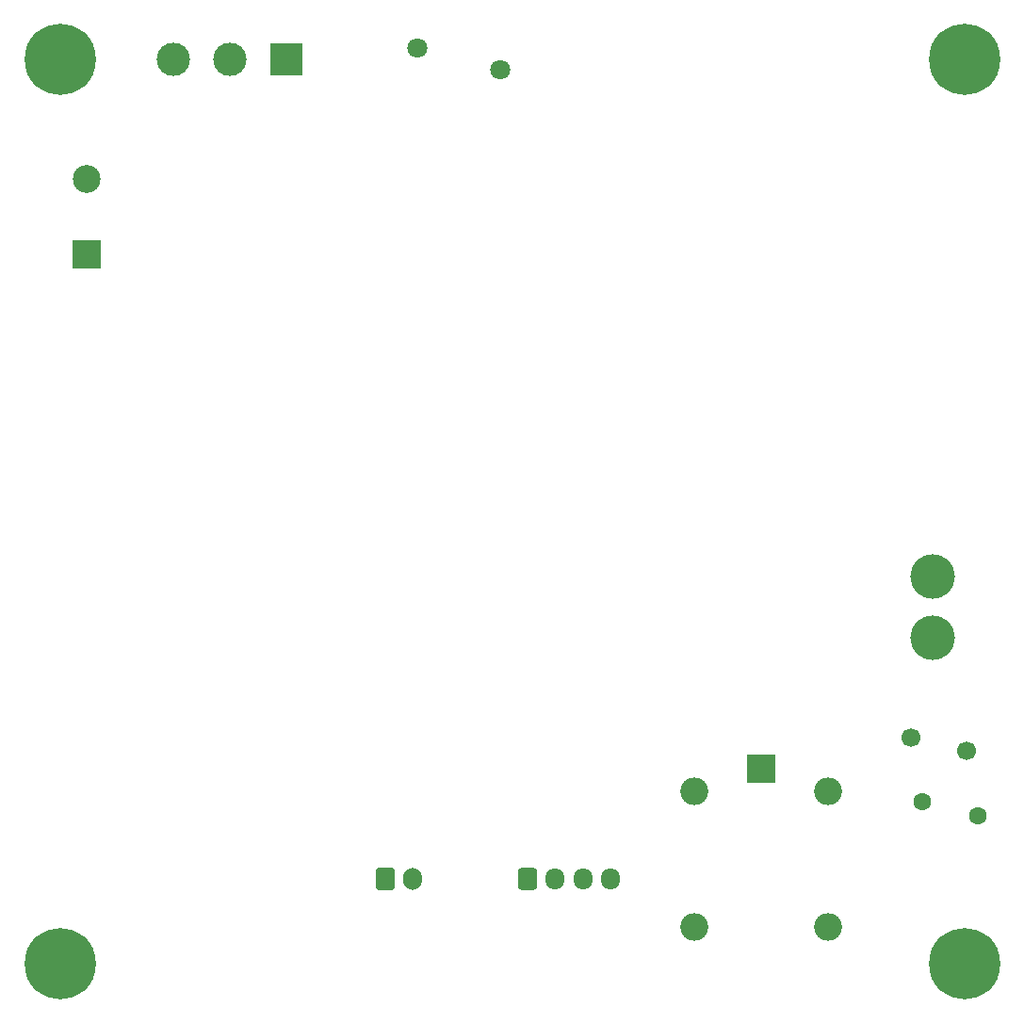
<source format=gbs>
G04 #@! TF.GenerationSoftware,KiCad,Pcbnew,7.0.2*
G04 #@! TF.CreationDate,2023-05-16T20:04:18+02:00*
G04 #@! TF.ProjectId,IoT12 Power Supply,496f5431-3220-4506-9f77-657220537570,V1.2*
G04 #@! TF.SameCoordinates,Original*
G04 #@! TF.FileFunction,Soldermask,Bot*
G04 #@! TF.FilePolarity,Negative*
%FSLAX46Y46*%
G04 Gerber Fmt 4.6, Leading zero omitted, Abs format (unit mm)*
G04 Created by KiCad (PCBNEW 7.0.2) date 2023-05-16 20:04:18*
%MOMM*%
%LPD*%
G01*
G04 APERTURE LIST*
G04 Aperture macros list*
%AMRoundRect*
0 Rectangle with rounded corners*
0 $1 Rounding radius*
0 $2 $3 $4 $5 $6 $7 $8 $9 X,Y pos of 4 corners*
0 Add a 4 corners polygon primitive as box body*
4,1,4,$2,$3,$4,$5,$6,$7,$8,$9,$2,$3,0*
0 Add four circle primitives for the rounded corners*
1,1,$1+$1,$2,$3*
1,1,$1+$1,$4,$5*
1,1,$1+$1,$6,$7*
1,1,$1+$1,$8,$9*
0 Add four rect primitives between the rounded corners*
20,1,$1+$1,$2,$3,$4,$5,0*
20,1,$1+$1,$4,$5,$6,$7,0*
20,1,$1+$1,$6,$7,$8,$9,0*
20,1,$1+$1,$8,$9,$2,$3,0*%
G04 Aperture macros list end*
%ADD10R,2.500000X2.500000*%
%ADD11O,2.500000X2.500000*%
%ADD12R,3.000000X3.000000*%
%ADD13C,3.000000*%
%ADD14RoundRect,0.250000X-0.600000X-0.725000X0.600000X-0.725000X0.600000X0.725000X-0.600000X0.725000X0*%
%ADD15O,1.700000X1.950000*%
%ADD16C,0.800000*%
%ADD17C,6.400000*%
%ADD18C,4.000000*%
%ADD19C,2.500000*%
%ADD20RoundRect,0.250000X-0.600000X-0.750000X0.600000X-0.750000X0.600000X0.750000X-0.600000X0.750000X0*%
%ADD21O,1.700000X2.000000*%
%ADD22C,1.800000*%
%ADD23C,1.700000*%
%ADD24C,1.600000*%
G04 APERTURE END LIST*
D10*
X174752000Y-122174000D03*
D11*
X168752000Y-124174000D03*
X168752000Y-136374000D03*
X180752000Y-136374000D03*
X180752000Y-124174000D03*
D12*
X132080000Y-58420000D03*
D13*
X127000000Y-58420000D03*
X121920000Y-58420000D03*
D14*
X153750000Y-132080000D03*
D15*
X156250000Y-132080000D03*
X158750000Y-132080000D03*
X161250000Y-132080000D03*
D16*
X193040000Y-56020000D03*
X194737056Y-60117056D03*
X194737056Y-56722944D03*
X195440000Y-58420000D03*
D17*
X193040000Y-58420000D03*
D16*
X193040000Y-60820000D03*
X191342944Y-56722944D03*
X191342944Y-60117056D03*
X190640000Y-58420000D03*
X193040000Y-137300000D03*
X194737056Y-141397056D03*
X194737056Y-138002944D03*
X195440000Y-139700000D03*
D17*
X193040000Y-139700000D03*
D16*
X193040000Y-142100000D03*
X191342944Y-138002944D03*
X191342944Y-141397056D03*
X190640000Y-139700000D03*
X111760000Y-56020000D03*
X113457056Y-60117056D03*
X113457056Y-56722944D03*
X114160000Y-58420000D03*
D17*
X111760000Y-58420000D03*
D16*
X111760000Y-60820000D03*
X110062944Y-56722944D03*
X110062944Y-60117056D03*
X109360000Y-58420000D03*
X111760000Y-137300000D03*
X113457056Y-141397056D03*
X113457056Y-138002944D03*
X114160000Y-139700000D03*
D17*
X111760000Y-139700000D03*
D16*
X111760000Y-142100000D03*
X110062944Y-138002944D03*
X110062944Y-141397056D03*
X109360000Y-139700000D03*
D10*
X114198400Y-75914200D03*
D18*
X190198400Y-110414200D03*
D19*
X114198400Y-69164200D03*
D18*
X190198400Y-104914200D03*
D20*
X140970000Y-132080000D03*
D21*
X143470000Y-132080000D03*
D22*
X143860000Y-57360000D03*
X151360000Y-59360000D03*
D23*
X188214000Y-119380000D03*
X193214000Y-120580000D03*
D24*
X189270000Y-125080000D03*
X194270000Y-126380000D03*
M02*

</source>
